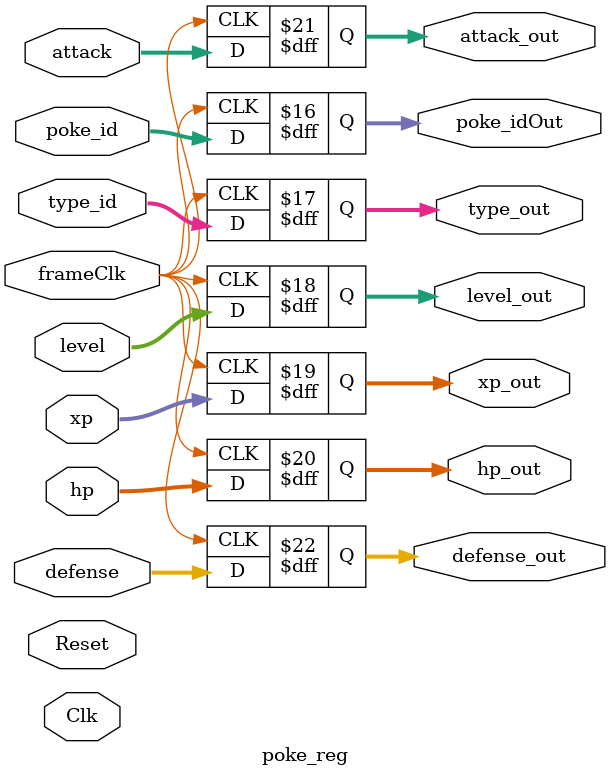
<source format=sv>
module poke_reg(input Clk, frameClk,
					 input logic [4:0] poke_id,
					 input logic [2:0] type_id,
					 input logic [3:0] level,
					 input logic [7:0] xp,
					 input logic [5:0] hp,
					 input logic [3:0] attack,
					 input logic [3:0] defense,
					 output logic [4:0] poke_idOut,
					 output logic [2:0] type_out,
					 output logic [3:0] level_out,
					 output logic [7:0] xp_out,
					 output logic [5:0] hp_out,
					 output logic [3:0] attack_out,
					 output logic [3:0] defense_out,
					 input Reset
					 
					 );
					 
					 always_ff @ (posedge frameClk)
					 begin
					 if(Reset)
					 begin
					 poke_idOut <= poke_id;
					 
					 type_out <= type_id;
					  
					 level_out <= level;
					 
					 xp_out <= xp;
					 
					 hp_out <= hp;
					 
					 attack_out <= attack;
					 
					 defense_out <= defense;
					 end
					 
					 else
					 begin
					 
					 poke_idOut <= poke_id;
					 
					 type_out <= type_id;
					  
					 level_out <= level;
					 
					 xp_out <= xp;
					 
					 hp_out <= hp;
					 
					 attack_out <= attack;
					 
					 defense_out <= defense;
					 end
					 
					 end
					 endmodule
					 
</source>
